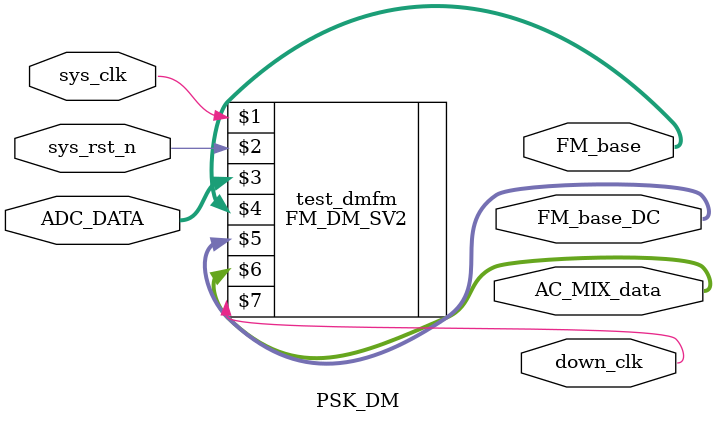
<source format=v>
`timescale 1ns / 1ps


module PSK_DM(
    input sys_clk,
    input sys_rst_n,
    input signed [15:0]ADC_DATA,
    output  signed [15:0]FM_base,
    output  signed [15:0]FM_base_DC,
    output  signed [15:0]AC_MIX_data,
    output  down_clk
    );
    FM_DM_SV2 test_dmfm(sys_clk,sys_rst_n,ADC_DATA,FM_base,FM_base_DC,AC_MIX_data,down_clk);
endmodule

</source>
